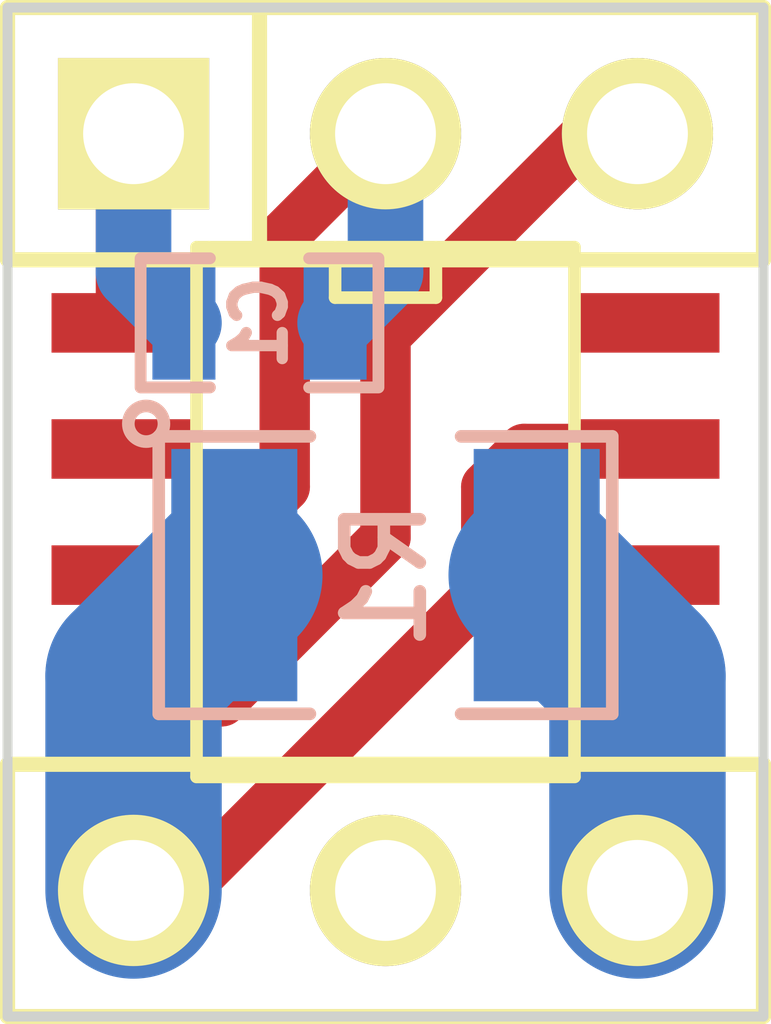
<source format=kicad_pcb>
(kicad_pcb (version 3) (host pcbnew "(2013-june-11)-stable")

  (general
    (links 9)
    (no_connects 0)
    (area 140.639799 60.5028 149.15515 74.1172)
    (thickness 1.6)
    (drawings 4)
    (tracks 26)
    (zones 0)
    (modules 5)
    (nets 6)
  )

  (page A3)
  (layers
    (15 F.Cu signal)
    (0 B.Cu signal)
    (18 B.Paste user)
    (19 F.Paste user)
    (20 B.SilkS user)
    (21 F.SilkS user)
    (22 B.Mask user)
    (23 F.Mask user)
    (28 Edge.Cuts user)
  )

  (setup
    (last_trace_width 0.762)
    (trace_clearance 0.254)
    (zone_clearance 0.508)
    (zone_45_only no)
    (trace_min 0.254)
    (segment_width 0.2)
    (edge_width 0.1)
    (via_size 0.889)
    (via_drill 0.635)
    (via_min_size 0.889)
    (via_min_drill 0.508)
    (uvia_size 0.508)
    (uvia_drill 0.127)
    (uvias_allowed no)
    (uvia_min_size 0.508)
    (uvia_min_drill 0.127)
    (pcb_text_width 0.3)
    (pcb_text_size 1.5 1.5)
    (mod_edge_width 0.15)
    (mod_text_size 1 1)
    (mod_text_width 0.15)
    (pad_size 1.524 1.524)
    (pad_drill 1.016)
    (pad_to_mask_clearance 0)
    (aux_axis_origin 0 0)
    (visible_elements FFFFFFBF)
    (pcbplotparams
      (layerselection 284983297)
      (usegerberextensions true)
      (excludeedgelayer true)
      (linewidth 0.150000)
      (plotframeref false)
      (viasonmask false)
      (mode 1)
      (useauxorigin false)
      (hpglpennumber 1)
      (hpglpenspeed 20)
      (hpglpendiameter 15)
      (hpglpenoverlay 2)
      (psnegative false)
      (psa4output false)
      (plotreference true)
      (plotvalue true)
      (plotothertext true)
      (plotinvisibletext false)
      (padsonsilk false)
      (subtractmaskfromsilk false)
      (outputformat 1)
      (mirror false)
      (drillshape 0)
      (scaleselection 1)
      (outputdirectory gerbers/))
  )

  (net 0 "")
  (net 1 /GND)
  (net 2 /OUT)
  (net 3 /RS+)
  (net 4 /RS-)
  (net 5 /Vcc)

  (net_class Default "This is the default net class."
    (clearance 0.254)
    (trace_width 0.762)
    (via_dia 0.889)
    (via_drill 0.635)
    (uvia_dia 0.508)
    (uvia_drill 0.127)
    (add_net "")
    (add_net /GND)
    (add_net /OUT)
    (add_net /RS+)
    (add_net /RS-)
    (add_net /Vcc)
  )

  (module PIN_ARRAY_3X1 (layer F.Cu) (tedit 53DC318E) (tstamp 53DC2BCF)
    (at 144.78 71.12 180)
    (descr "Connecteur 3 pins")
    (tags "CONN DEV")
    (path /53DC2825)
    (fp_text reference K2 (at 0.254 -2.159 180) (layer F.SilkS) hide
      (effects (font (size 1.016 1.016) (thickness 0.1524)))
    )
    (fp_text value CONN_3 (at 0 -2.159 180) (layer F.SilkS) hide
      (effects (font (size 1.016 1.016) (thickness 0.1524)))
    )
    (fp_line (start -3.81 1.27) (end -3.81 -1.27) (layer F.SilkS) (width 0.1524))
    (fp_line (start -3.81 -1.27) (end 3.81 -1.27) (layer F.SilkS) (width 0.1524))
    (fp_line (start 3.81 -1.27) (end 3.81 1.27) (layer F.SilkS) (width 0.1524))
    (fp_line (start 3.81 1.27) (end -3.81 1.27) (layer F.SilkS) (width 0.1524))
    (pad 1 thru_hole circle (at -2.54 0 180) (size 1.524 1.524) (drill 1.016)
      (layers *.Cu *.Mask F.SilkS)
      (net 3 /RS+)
    )
    (pad 2 thru_hole circle (at 0 0 180) (size 1.524 1.524) (drill 1.016)
      (layers *.Cu *.Mask F.SilkS)
    )
    (pad 3 thru_hole circle (at 2.54 0 180) (size 1.524 1.524) (drill 1.016)
      (layers *.Cu *.Mask F.SilkS)
      (net 4 /RS-)
    )
    (model pin_array/pins_array_3x1.wrl
      (at (xyz 0 0 0))
      (scale (xyz 1 1 1))
      (rotate (xyz 0 0 0))
    )
  )

  (module SO8E (layer F.Cu) (tedit 53DC2C4F) (tstamp 53DC2B6D)
    (at 144.78 67.31 270)
    (descr "module CMS SOJ 8 pins etroit")
    (tags "CMS SOJ")
    (path /53DC27DE)
    (attr smd)
    (fp_text reference U1 (at 0 0 270) (layer F.SilkS) hide
      (effects (font (size 1.143 1.143) (thickness 0.1524)))
    )
    (fp_text value MAX4173_SO8 (at 0 1.016 270) (layer F.SilkS) hide
      (effects (font (size 0.889 0.889) (thickness 0.1524)))
    )
    (fp_line (start -2.667 1.778) (end -2.667 1.905) (layer F.SilkS) (width 0.127))
    (fp_line (start -2.667 1.905) (end 2.667 1.905) (layer F.SilkS) (width 0.127))
    (fp_line (start 2.667 -1.905) (end -2.667 -1.905) (layer F.SilkS) (width 0.127))
    (fp_line (start -2.667 -1.905) (end -2.667 1.778) (layer F.SilkS) (width 0.127))
    (fp_line (start -2.667 -0.508) (end -2.159 -0.508) (layer F.SilkS) (width 0.127))
    (fp_line (start -2.159 -0.508) (end -2.159 0.508) (layer F.SilkS) (width 0.127))
    (fp_line (start -2.159 0.508) (end -2.667 0.508) (layer F.SilkS) (width 0.127))
    (fp_line (start 2.667 -1.905) (end 2.667 1.905) (layer F.SilkS) (width 0.127))
    (pad 8 smd rect (at -1.905 -2.667 270) (size 0.59944 1.39954)
      (layers F.Cu F.Paste F.Mask)
    )
    (pad 1 smd rect (at -1.905 2.667 270) (size 0.59944 1.39954)
      (layers F.Cu F.Paste F.Mask)
      (net 5 /Vcc)
    )
    (pad 7 smd rect (at -0.635 -2.667 270) (size 0.59944 1.39954)
      (layers F.Cu F.Paste F.Mask)
      (net 4 /RS-)
    )
    (pad 6 smd rect (at 0.635 -2.667 270) (size 0.59944 1.39954)
      (layers F.Cu F.Paste F.Mask)
    )
    (pad 5 smd rect (at 1.905 -2.667 270) (size 0.59944 1.39954)
      (layers F.Cu F.Paste F.Mask)
      (net 3 /RS+)
    )
    (pad 2 smd rect (at -0.635 2.667 270) (size 0.59944 1.39954)
      (layers F.Cu F.Paste F.Mask)
    )
    (pad 3 smd rect (at 0.635 2.667 270) (size 0.59944 1.39954)
      (layers F.Cu F.Paste F.Mask)
      (net 1 /GND)
    )
    (pad 4 smd rect (at 1.905 2.667 270) (size 0.59944 1.39954)
      (layers F.Cu F.Paste F.Mask)
      (net 2 /OUT)
    )
    (model smd/cms_so8.wrl
      (at (xyz 0 0 0))
      (scale (xyz 0.5 0.32 0.5))
      (rotate (xyz 0 0 0))
    )
  )

  (module PIN_ARRAY_3X1 (layer F.Cu) (tedit 53DC2CCA) (tstamp 53DC2BC3)
    (at 144.78 63.5)
    (descr "Connecteur 3 pins")
    (tags "CONN DEV")
    (path /53DC2802)
    (fp_text reference K1 (at 0.254 -2.159) (layer F.SilkS) hide
      (effects (font (size 1.016 1.016) (thickness 0.1524)))
    )
    (fp_text value CONN_3 (at 0 -2.159) (layer F.SilkS) hide
      (effects (font (size 1.016 1.016) (thickness 0.1524)))
    )
    (fp_line (start -3.81 1.27) (end -3.81 -1.27) (layer F.SilkS) (width 0.1524))
    (fp_line (start -3.81 -1.27) (end 3.81 -1.27) (layer F.SilkS) (width 0.1524))
    (fp_line (start 3.81 -1.27) (end 3.81 1.27) (layer F.SilkS) (width 0.1524))
    (fp_line (start 3.81 1.27) (end -3.81 1.27) (layer F.SilkS) (width 0.1524))
    (fp_line (start -1.27 -1.27) (end -1.27 1.27) (layer F.SilkS) (width 0.1524))
    (pad 1 thru_hole rect (at -2.54 0) (size 1.524 1.524) (drill 1.016)
      (layers *.Cu *.Mask F.SilkS)
      (net 5 /Vcc)
    )
    (pad 2 thru_hole circle (at 0 0) (size 1.524 1.524) (drill 1.016)
      (layers *.Cu *.Mask F.SilkS)
      (net 1 /GND)
    )
    (pad 3 thru_hole circle (at 2.54 0) (size 1.524 1.524) (drill 1.016)
      (layers *.Cu *.Mask F.SilkS)
      (net 2 /OUT)
    )
    (model pin_array/pins_array_3x1.wrl
      (at (xyz 0 0 0))
      (scale (xyz 1 1 1))
      (rotate (xyz 0 0 0))
    )
  )

  (module SM0603_Capa (layer B.Cu) (tedit 53DC6495) (tstamp 53DC2B9D)
    (at 143.51 65.405)
    (path /53DC2852)
    (attr smd)
    (fp_text reference C1 (at 0 0 90) (layer B.SilkS)
      (effects (font (size 0.508 0.4572) (thickness 0.1143)) (justify mirror))
    )
    (fp_text value 0.1u (at 0 0 90) (layer B.SilkS) hide
      (effects (font (size 0.508 0.4572) (thickness 0.1143)) (justify mirror))
    )
    (fp_line (start 0.50038 -0.65024) (end 1.19888 -0.65024) (layer B.SilkS) (width 0.11938))
    (fp_line (start -0.50038 -0.65024) (end -1.19888 -0.65024) (layer B.SilkS) (width 0.11938))
    (fp_line (start 0.50038 0.65024) (end 1.19888 0.65024) (layer B.SilkS) (width 0.11938))
    (fp_line (start -1.19888 0.65024) (end -0.50038 0.65024) (layer B.SilkS) (width 0.11938))
    (fp_line (start 1.19888 0.635) (end 1.19888 -0.635) (layer B.SilkS) (width 0.11938))
    (fp_line (start -1.19888 -0.635) (end -1.19888 0.635) (layer B.SilkS) (width 0.11938))
    (pad 1 smd rect (at -0.762 0) (size 0.635 1.143)
      (layers B.Cu B.Paste B.Mask)
      (net 5 /Vcc)
    )
    (pad 2 smd rect (at 0.762 0) (size 0.635 1.143)
      (layers B.Cu B.Paste B.Mask)
      (net 1 /GND)
    )
    (model smd\capacitors\C0603.wrl
      (at (xyz 0 0 0.001))
      (scale (xyz 0.5 0.5 0.5))
      (rotate (xyz 0 0 0))
    )
  )

  (module SM1210 (layer B.Cu) (tedit 53DC643C) (tstamp 53DC2B85)
    (at 144.78 67.945)
    (tags "CMS SM")
    (path /53DC2843)
    (attr smd)
    (fp_text reference R1 (at 0 0 90) (layer B.SilkS)
      (effects (font (size 0.762 0.762) (thickness 0.127)) (justify mirror))
    )
    (fp_text value Rsense (at 0 -0.508) (layer B.SilkS) hide
      (effects (font (size 0.762 0.762) (thickness 0.127)) (justify mirror))
    )
    (fp_circle (center -2.413 -1.524) (end -2.286 -1.397) (layer B.SilkS) (width 0.127))
    (fp_line (start -0.762 1.397) (end -2.286 1.397) (layer B.SilkS) (width 0.127))
    (fp_line (start -2.286 1.397) (end -2.286 -1.397) (layer B.SilkS) (width 0.127))
    (fp_line (start -2.286 -1.397) (end -0.762 -1.397) (layer B.SilkS) (width 0.127))
    (fp_line (start 0.762 -1.397) (end 2.286 -1.397) (layer B.SilkS) (width 0.127))
    (fp_line (start 2.286 -1.397) (end 2.286 1.397) (layer B.SilkS) (width 0.127))
    (fp_line (start 2.286 1.397) (end 0.762 1.397) (layer B.SilkS) (width 0.127))
    (pad 1 smd rect (at -1.524 0) (size 1.27 2.54)
      (layers B.Cu B.Paste B.Mask)
      (net 4 /RS-)
    )
    (pad 2 smd rect (at 1.524 0) (size 1.27 2.54)
      (layers B.Cu B.Paste B.Mask)
      (net 3 /RS+)
    )
    (model smd/chip_cms.wrl
      (at (xyz 0 0 0))
      (scale (xyz 0.17 0.2 0.17))
      (rotate (xyz 0 0 0))
    )
  )

  (gr_line (start 140.97 72.39) (end 140.97 62.23) (angle 90) (layer Edge.Cuts) (width 0.1))
  (gr_line (start 148.59 72.39) (end 140.97 72.39) (angle 90) (layer Edge.Cuts) (width 0.1))
  (gr_line (start 148.59 62.23) (end 148.59 72.39) (angle 90) (layer Edge.Cuts) (width 0.1))
  (gr_line (start 140.97 62.23) (end 148.59 62.23) (angle 90) (layer Edge.Cuts) (width 0.1))

  (segment (start 144.78 63.5) (end 144.78 64.897) (width 0.762) (layer B.Cu) (net 1) (status 400000))
  (segment (start 144.78 64.897) (end 144.272 65.405) (width 0.762) (layer B.Cu) (net 1) (tstamp 53DC64D7) (status 800000))
  (segment (start 142.113 67.945) (end 142.875 67.945) (width 0.508) (layer F.Cu) (net 1))
  (segment (start 143.764 64.516) (end 144.78 63.5) (width 0.508) (layer F.Cu) (net 1) (tstamp 53DC2F8D))
  (segment (start 143.764 67.056) (end 143.764 64.516) (width 0.508) (layer F.Cu) (net 1) (tstamp 53DC2F8C))
  (segment (start 142.875 67.945) (end 143.764 67.056) (width 0.508) (layer F.Cu) (net 1) (tstamp 53DC2F8B))
  (segment (start 142.113 69.215) (end 143.129 69.215) (width 0.508) (layer F.Cu) (net 2))
  (segment (start 146.812 63.5) (end 147.32 63.5) (width 0.508) (layer F.Cu) (net 2) (tstamp 53DC2F9B))
  (segment (start 144.78 65.532) (end 146.812 63.5) (width 0.508) (layer F.Cu) (net 2) (tstamp 53DC2F9A))
  (segment (start 144.78 67.564) (end 144.78 65.532) (width 0.508) (layer F.Cu) (net 2) (tstamp 53DC2F99))
  (segment (start 143.129 69.215) (end 144.78 67.564) (width 0.508) (layer F.Cu) (net 2) (tstamp 53DC2F98))
  (segment (start 147.32 71.12) (end 147.32 68.961) (width 1.778) (layer B.Cu) (net 3))
  (segment (start 147.32 68.961) (end 146.304 67.945) (width 1.778) (layer B.Cu) (net 3) (tstamp 53DC649E))
  (segment (start 147.32 71.12) (end 147.32 69.342) (width 0.508) (layer F.Cu) (net 3))
  (segment (start 147.32 69.342) (end 147.447 69.215) (width 0.508) (layer F.Cu) (net 3) (tstamp 53DC2FAA))
  (segment (start 142.24 71.12) (end 142.24 68.961) (width 1.778) (layer B.Cu) (net 4))
  (segment (start 142.24 68.961) (end 143.256 67.945) (width 1.778) (layer B.Cu) (net 4) (tstamp 53DC649B))
  (segment (start 142.24 71.12) (end 142.748 71.12) (width 0.508) (layer F.Cu) (net 4))
  (segment (start 146.177 66.675) (end 147.447 66.675) (width 0.508) (layer F.Cu) (net 4) (tstamp 53DC2FA6))
  (segment (start 145.796 67.056) (end 146.177 66.675) (width 0.508) (layer F.Cu) (net 4) (tstamp 53DC2FA4))
  (segment (start 145.796 68.072) (end 145.796 67.056) (width 0.508) (layer F.Cu) (net 4) (tstamp 53DC2FA3))
  (segment (start 142.748 71.12) (end 145.796 68.072) (width 0.508) (layer F.Cu) (net 4) (tstamp 53DC2FA2))
  (segment (start 142.24 63.5) (end 142.24 64.897) (width 0.762) (layer B.Cu) (net 5) (status 400000))
  (segment (start 142.24 64.897) (end 142.748 65.405) (width 0.762) (layer B.Cu) (net 5) (tstamp 53DC64D4) (status 800000))
  (segment (start 142.113 65.405) (end 142.113 63.627) (width 0.508) (layer F.Cu) (net 5))
  (segment (start 142.113 63.627) (end 142.24 63.5) (width 0.508) (layer F.Cu) (net 5) (tstamp 53DC2F88))

)

</source>
